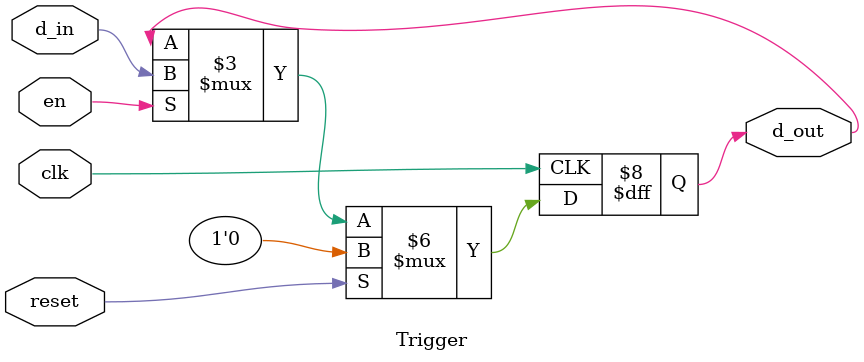
<source format=v>
`timescale 1ns / 1ps


module Trigger(
    input en,
    input clk,
    input reset,
    input d_in,
    output reg d_out
    );
    always @(posedge clk) begin
        if(reset==1'b1) begin
            d_out<=1'b0;
        end
        else if(en) begin
            d_out<=d_in;
        end        
    end   
endmodule

</source>
